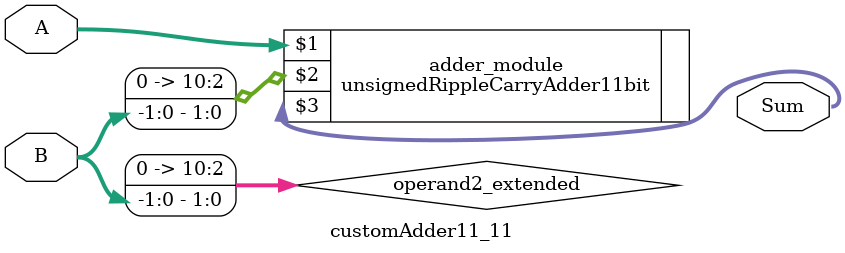
<source format=v>
module customAdder11_11(
                        input [10 : 0] A,
                        input [-1 : 0] B,
                        
                        output [11 : 0] Sum
                );

        wire [10 : 0] operand2_extended;
        
        assign operand2_extended =  {11'b0, B};
        
        unsignedRippleCarryAdder11bit adder_module(
            A,
            operand2_extended,
            Sum
        );
        
        endmodule
        
</source>
